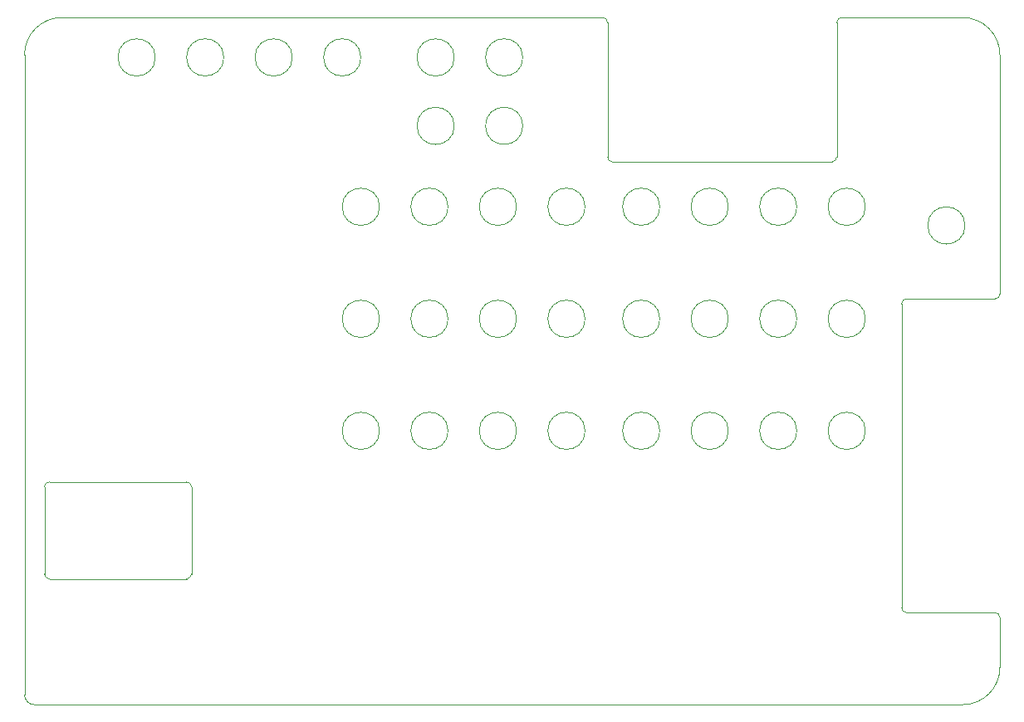
<source format=gm1>
%TF.GenerationSoftware,KiCad,Pcbnew,(5.1.8)-1*%
%TF.CreationDate,2021-03-08T20:28:16+01:00*%
%TF.ProjectId,C64 BlinkenDiag Faceplate,43363420-426c-4696-9e6b-656e44696167,rev?*%
%TF.SameCoordinates,Original*%
%TF.FileFunction,Profile,NP*%
%FSLAX46Y46*%
G04 Gerber Fmt 4.6, Leading zero omitted, Abs format (unit mm)*
G04 Created by KiCad (PCBNEW (5.1.8)-1) date 2021-03-08 20:28:16*
%MOMM*%
%LPD*%
G01*
G04 APERTURE LIST*
%TA.AperFunction,Profile*%
%ADD10C,0.025400*%
%TD*%
G04 APERTURE END LIST*
D10*
X137287000Y-77470000D02*
X137287000Y-68580000D01*
X122809000Y-77978000D02*
X136779000Y-77978000D01*
X122301000Y-68580000D02*
X122301000Y-77470000D01*
X122809000Y-68072000D02*
X136779000Y-68072000D01*
X122809000Y-77978000D02*
G75*
G02*
X122301000Y-77470000I0J508000D01*
G01*
X137287000Y-77470000D02*
G75*
G02*
X136779000Y-77978000I-508000J0D01*
G01*
X136779000Y-68072000D02*
G75*
G02*
X137287000Y-68580000I0J-508000D01*
G01*
X122301000Y-68580000D02*
G75*
G02*
X122809000Y-68072000I508000J0D01*
G01*
X219710000Y-81915000D02*
X219710000Y-86995000D01*
X210185000Y-81407000D02*
X219202000Y-81407000D01*
X209677000Y-72771000D02*
X209677000Y-80899000D01*
X209677000Y-61341000D02*
X209677000Y-72771000D01*
X209677000Y-49911000D02*
X209677000Y-61341000D01*
X219202000Y-49403000D02*
X210185000Y-49403000D01*
X219710000Y-48895000D02*
G75*
G02*
X219202000Y-49403000I-508000J0D01*
G01*
X219202000Y-81407000D02*
G75*
G02*
X219710000Y-81915000I0J-508000D01*
G01*
X210185000Y-81407000D02*
G75*
G02*
X209677000Y-80899000I0J508000D01*
G01*
X209677000Y-49911000D02*
G75*
G02*
X210185000Y-49403000I508000J0D01*
G01*
X179705000Y-34925000D02*
X179705000Y-21209000D01*
X203073000Y-34925000D02*
X203073000Y-21209000D01*
X202565000Y-35433000D02*
X180213000Y-35433000D01*
X203581000Y-20701000D02*
X215900000Y-20701000D01*
X203073000Y-21209000D02*
G75*
G02*
X203581000Y-20701000I508000J0D01*
G01*
X203073000Y-34925000D02*
G75*
G02*
X202565000Y-35433000I-508000J0D01*
G01*
X179197000Y-20701000D02*
G75*
G02*
X179705000Y-21209000I0J-508000D01*
G01*
X180213000Y-35433000D02*
G75*
G02*
X179705000Y-34925000I0J508000D01*
G01*
X216149000Y-41910000D02*
G75*
G03*
X216149000Y-41910000I-1900000J0D01*
G01*
X133599000Y-24765000D02*
G75*
G03*
X133599000Y-24765000I-1900000J0D01*
G01*
X140584000Y-24765000D02*
G75*
G03*
X140584000Y-24765000I-1900000J0D01*
G01*
X147569000Y-24765000D02*
G75*
G03*
X147569000Y-24765000I-1900000J0D01*
G01*
X154554000Y-24765000D02*
G75*
G03*
X154554000Y-24765000I-1900000J0D01*
G01*
X164079000Y-24765000D02*
G75*
G03*
X164079000Y-24765000I-1900000J0D01*
G01*
X171064000Y-24765000D02*
G75*
G03*
X171064000Y-24765000I-1900000J0D01*
G01*
X171064000Y-31750000D02*
G75*
G03*
X171064000Y-31750000I-1900000J0D01*
G01*
X164079000Y-31750000D02*
G75*
G03*
X164079000Y-31750000I-1900000J0D01*
G01*
X156459000Y-62865000D02*
G75*
G03*
X156459000Y-62865000I-1900000J0D01*
G01*
X163444000Y-62865000D02*
G75*
G03*
X163444000Y-62865000I-1900000J0D01*
G01*
X170429000Y-62865000D02*
G75*
G03*
X170429000Y-62865000I-1900000J0D01*
G01*
X177414000Y-62865000D02*
G75*
G03*
X177414000Y-62865000I-1900000J0D01*
G01*
X185034000Y-62865000D02*
G75*
G03*
X185034000Y-62865000I-1900000J0D01*
G01*
X192019000Y-62865000D02*
G75*
G03*
X192019000Y-62865000I-1900000J0D01*
G01*
X199004000Y-62865000D02*
G75*
G03*
X199004000Y-62865000I-1900000J0D01*
G01*
X205989000Y-62865000D02*
G75*
G03*
X205989000Y-62865000I-1900000J0D01*
G01*
X156459000Y-51435000D02*
G75*
G03*
X156459000Y-51435000I-1900000J0D01*
G01*
X163444000Y-51435000D02*
G75*
G03*
X163444000Y-51435000I-1900000J0D01*
G01*
X170429000Y-51435000D02*
G75*
G03*
X170429000Y-51435000I-1900000J0D01*
G01*
X177414000Y-51435000D02*
G75*
G03*
X177414000Y-51435000I-1900000J0D01*
G01*
X185034000Y-51435000D02*
G75*
G03*
X185034000Y-51435000I-1900000J0D01*
G01*
X192019000Y-51435000D02*
G75*
G03*
X192019000Y-51435000I-1900000J0D01*
G01*
X199004000Y-51435000D02*
G75*
G03*
X199004000Y-51435000I-1900000J0D01*
G01*
X205989000Y-51435000D02*
G75*
G03*
X205989000Y-51435000I-1900000J0D01*
G01*
X205989000Y-40005000D02*
G75*
G03*
X205989000Y-40005000I-1900000J0D01*
G01*
X199004000Y-40005000D02*
G75*
G03*
X199004000Y-40005000I-1900000J0D01*
G01*
X192019000Y-40005000D02*
G75*
G03*
X192019000Y-40005000I-1900000J0D01*
G01*
X185034000Y-40005000D02*
G75*
G03*
X185034000Y-40005000I-1900000J0D01*
G01*
X177414000Y-40005000D02*
G75*
G03*
X177414000Y-40005000I-1900000J0D01*
G01*
X170429000Y-40005000D02*
G75*
G03*
X170429000Y-40005000I-1900000J0D01*
G01*
X163444000Y-40005000D02*
G75*
G03*
X163444000Y-40005000I-1900000J0D01*
G01*
X156459000Y-40005000D02*
G75*
G03*
X156459000Y-40005000I-1900000J0D01*
G01*
X120269000Y-89789000D02*
G75*
G03*
X121285000Y-90805000I1016000J0D01*
G01*
X121285000Y-90805000D02*
X178689000Y-90805000D01*
X120269000Y-24511000D02*
X120269000Y-89789000D01*
X120269000Y-24511000D02*
G75*
G02*
X124079000Y-20701000I3810000J0D01*
G01*
X179197000Y-20701000D02*
X124079000Y-20701000D01*
X215900000Y-20701000D02*
G75*
G02*
X219710000Y-24511000I0J-3810000D01*
G01*
X219710000Y-86995000D02*
G75*
G02*
X215900000Y-90805000I-3810000J0D01*
G01*
X215900000Y-90805000D02*
X178689000Y-90805000D01*
X219710000Y-48895000D02*
X219710000Y-24511000D01*
M02*

</source>
